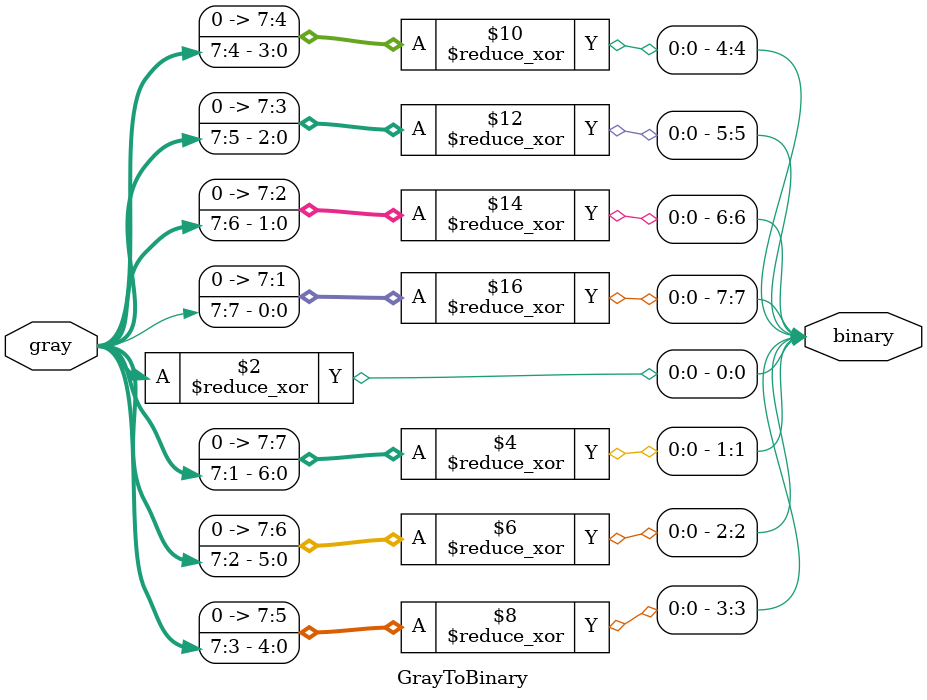
<source format=sv>
module GrayToBinary #(
    parameter int WIDTH = 8
) (
    input logic [WIDTH-1:0] gray,
    output logic [WIDTH-1:0] binary
);
    genvar i;
    generate
        for(i = 0; i < WIDTH; i++) begin
            assign binary[i] = ^(gray >> i);
        end
    endgenerate
endmodule

</source>
